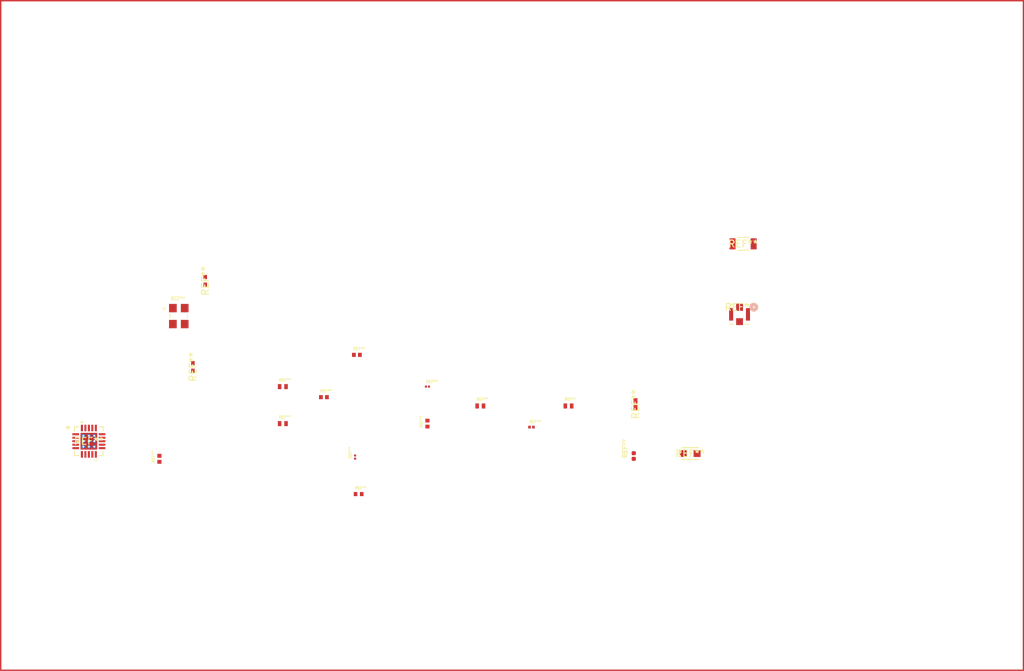
<source format=kicad_pcb>
(kicad_pcb (version 20240108) (generator "pcbnew") (generator_version "8.0")
  (layers (0 "F.Cu" signal) (31 "B.Cu" signal) (34 "B.Paste" user) (35 "F.Paste" user) (36 "B.SilkS" user "B.Silkscreen") (37 "F.SilkS" user "F.Silkscreen") (38 "B.Mask" user) (39 "F.Mask" user) (44 "Edge.Cuts" user))
  (net 0 "")
  (footprint "Comms Footprints:CAP_1.0pF" (layer "F.Cu") (at 123.0882 112.903)
    (property "Reference" "REF**" (at 0.3 -0.88 0) (layer "F.SilkS") (effects (font (size 0.393701 0.393701))))
    (property "Value" "CAP_1.0pF")
    (pad "1" smd rect (at -0.432 0) (size 0.54 0.6) (layers "F.Cu" "F.Paste" "F.Mask"))
    (pad "2" smd rect (at 0.432 0) (size 0.54 0.6) (layers "F.Cu" "F.Paste" "F.Mask"))
  )
  (footprint "Comms Footprints:IND_12nH" (layer "F.Cu") (at 117.1702 116.713)
    (property "Reference" "REF**" (at 0.29 -0.95 0) (layer "F.SilkS") (effects (font (size 0.393701 0.393701))))
    (property "Value" "IND_12nH")
    (pad "1" smd rect (at -0.46 0) (size 0.51 0.73) (layers "F.Cu" "F.Paste" "F.Mask"))
    (pad "2" smd rect (at 0.46 0) (size 0.51 0.73) (layers "F.Cu" "F.Paste" "F.Mask"))
  )
  (footprint "Comms Footprints:U1 C1101 RGP" (layer "F.Cu") (at 89.2302 119.253)
    (property "Reference" "REF**" (at 0 0 0) (layer "F.SilkS"))
    (property "Value" "U1 C1101 RGP")
    (fp_line (start -2.0701 -2.0701) (end -2.0701 -1.485141) (stroke (width 0.1524)) (layer "F.SilkS"))
    (fp_line (start -2.0701 1.485141) (end -2.0701 2.0701) (stroke (width 0.1524)) (layer "F.SilkS"))
    (fp_line (start -2.0701 2.0701) (end -1.485141 2.0701) (stroke (width 0.1524)) (layer "F.SilkS"))
    (fp_line (start -1.485141 -2.0701) (end -2.0701 -2.0701) (stroke (width 0.1524)) (layer "F.SilkS"))
    (fp_line (start 1.485141 2.0701) (end 2.0701 2.0701) (stroke (width 0.1524)) (layer "F.SilkS"))
    (fp_line (start 2.0701 -2.0701) (end 1.485141 -2.0701) (stroke (width 0.1524)) (layer "F.SilkS"))
    (fp_line (start 2.0701 -1.485141) (end 2.0701 -2.0701) (stroke (width 0.1524)) (layer "F.SilkS"))
    (fp_line (start 2.0701 2.0701) (end 2.0701 1.485141) (stroke (width 0.1524)) (layer "F.SilkS"))
    (fp_poly (pts (xy -1.190501 -2.6289) (xy -1.190501 -2.8829) (xy -0.809501 -2.8829) (xy -0.809501 -2.6289)) (fill solid) (layer "F.SilkS"))
    (fp_poly (pts (xy 0.809501 2.6289) (xy 0.809501 2.8829) (xy 1.190501 2.8829) (xy 1.190501 2.6289)) (fill solid) (layer "F.SilkS"))
    (fp_text user "*" (at -3.0099 -1.631 0) (layer "F.SilkS"))
    (fp_text user "*" (at -3.0099 -1.631 0) (layer "F.SilkS"))
    (pad "1" smd rect (at -1.89865 -1.000001 90) (size 0.3048 0.9525) (layers "F.Cu" "F.Paste" "F.Mask"))
    (pad "2" smd rect (at -1.89865 -0.499999 90) (size 0.3048 0.9525) (layers "F.Cu" "F.Paste" "F.Mask"))
    (pad "3" smd rect (at -1.89865 0 90) (size 0.3048 0.9525) (layers "F.Cu" "F.Paste" "F.Mask"))
    (pad "4" smd rect (at -1.89865 0.499999 90) (size 0.3048 0.9525) (layers "F.Cu" "F.Paste" "F.Mask"))
    (pad "5" smd rect (at -1.89865 1.000001 90) (size 0.3048 0.9525) (layers "F.Cu" "F.Paste" "F.Mask"))
    (pad "6" smd rect (at -1.000001 1.89865) (size 0.3048 0.9525) (layers "F.Cu" "F.Paste" "F.Mask"))
    (pad "7" smd rect (at -0.499999 1.89865) (size 0.3048 0.9525) (layers "F.Cu" "F.Paste" "F.Mask"))
    (pad "8" smd rect (at 0 1.89865) (size 0.3048 0.9525) (layers "F.Cu" "F.Paste" "F.Mask"))
    (pad "9" smd rect (at 0.499999 1.89865) (size 0.3048 0.9525) (layers "F.Cu" "F.Paste" "F.Mask"))
    (pad "10" smd rect (at 1.000001 1.89865) (size 0.3048 0.9525) (layers "F.Cu" "F.Paste" "F.Mask"))
    (pad "11" smd rect (at 1.89865 1.000001 90) (size 0.3048 0.9525) (layers "F.Cu" "F.Paste" "F.Mask"))
    (pad "12" smd rect (at 1.89865 0.499999 90) (size 0.3048 0.9525) (layers "F.Cu" "F.Paste" "F.Mask"))
    (pad "13" smd rect (at 1.89865 0 90) (size 0.3048 0.9525) (layers "F.Cu" "F.Paste" "F.Mask"))
    (pad "14" smd rect (at 1.89865 -0.499999 90) (size 0.3048 0.9525) (layers "F.Cu" "F.Paste" "F.Mask"))
    (pad "15" smd rect (at 1.89865 -1.000001 90) (size 0.3048 0.9525) (layers "F.Cu" "F.Paste" "F.Mask"))
    (pad "16" smd rect (at 1.000001 -1.89865) (size 0.3048 0.9525) (layers "F.Cu" "F.Paste" "F.Mask"))
    (pad "17" smd rect (at 0.499999 -1.89865) (size 0.3048 0.9525) (layers "F.Cu" "F.Paste" "F.Mask"))
    (pad "18" smd rect (at 0 -1.89865) (size 0.3048 0.9525) (layers "F.Cu" "F.Paste" "F.Mask"))
    (pad "19" smd rect (at -0.499999 -1.89865) (size 0.3048 0.9525) (layers "F.Cu" "F.Paste" "F.Mask"))
    (pad "20" smd rect (at -1.000001 -1.89865) (size 0.3048 0.9525) (layers "F.Cu" "F.Paste" "F.Mask"))
    (pad "21" smd rect (at 0 0) (size 2.413 2.413) (layers "F.Cu"))
    (pad "V" thru_hole circle (at -0.7874 -0.7874) (size 0.508 0.508) (drill 0.254) (layers "*.Cu" "*.Mask"))
    (pad "V" thru_hole circle (at -0.7874 0) (size 0.508 0.508) (drill 0.254) (layers "*.Cu" "*.Mask"))
    (pad "V" thru_hole circle (at -0.7874 0.7874) (size 0.508 0.508) (drill 0.254) (layers "*.Cu" "*.Mask"))
    (pad "V" thru_hole circle (at 0 -0.7874) (size 0.508 0.508) (drill 0.254) (layers "*.Cu" "*.Mask"))
    (pad "V" thru_hole circle (at 0 0) (size 0.508 0.508) (drill 0.254) (layers "*.Cu" "*.Mask"))
    (pad "V" thru_hole circle (at 0 0.7874) (size 0.508 0.508) (drill 0.254) (layers "*.Cu" "*.Mask"))
    (pad "V" thru_hole circle (at 0.7874 -0.7874) (size 0.508 0.508) (drill 0.254) (layers "*.Cu" "*.Mask"))
    (pad "V" thru_hole circle (at 0.7874 0) (size 0.508 0.508) (drill 0.254) (layers "*.Cu" "*.Mask"))
    (pad "V" thru_hole circle (at 0.7874 0.7874) (size 0.508 0.508) (drill 0.254) (layers "*.Cu" "*.Mask"))
  )
  (footprint "Comms Footprints:CAP_1.5pF" (layer "F.Cu") (at 127.8382 106.807)
    (property "Reference" "REF**" (at 0.3 -0.88 0) (layer "F.SilkS") (effects (font (size 0.393701 0.393701))))
    (property "Value" "CAP_1.5pF")
    (pad "1" smd rect (at -0.432 0) (size 0.54 0.6) (layers "F.Cu" "F.Paste" "F.Mask"))
    (pad "2" smd rect (at 0.432 0) (size 0.54 0.6) (layers "F.Cu" "F.Paste" "F.Mask"))
  )
  (footprint "Comms Footprints:IND_12nH" (layer "F.Cu") (at 158.3182 114.173)
    (property "Reference" "REF**" (at 0.29 -0.95 0) (layer "F.SilkS") (effects (font (size 0.393701 0.393701))))
    (property "Value" "IND_12nH")
    (pad "1" smd rect (at -0.46 0) (size 0.51 0.73) (layers "F.Cu" "F.Paste" "F.Mask"))
    (pad "2" smd rect (at 0.46 0) (size 0.51 0.73) (layers "F.Cu" "F.Paste" "F.Mask"))
  )
  (footprint "Comms Footprints:CAP_100pF" (layer "F.Cu") (at 128.0922 126.873)
    (property "Reference" "REF**" (at 0.3 -0.88 0) (layer "F.SilkS") (effects (font (size 0.393701 0.393701))))
    (property "Value" "CAP_100pF")
    (pad "1" smd rect (at -0.445 0) (size 0.51 0.6) (layers "F.Cu" "F.Paste" "F.Mask"))
    (pad "2" smd rect (at 0.445 0) (size 0.51 0.6) (layers "F.Cu" "F.Paste" "F.Mask"))
  )
  (footprint "Comms Footprints:IND_18nH" (layer "F.Cu") (at 137.9982 111.379)
    (property "Reference" "REF**" (at 0.63 -0.71 0) (layer "F.SilkS") (effects (font (size 0.393701 0.393701))))
    (property "Value" "IND_18nH")
    (pad "1" smd rect (at -0.222 0) (size 0.29 0.3) (layers "F.Cu" "F.Paste" "F.Mask"))
    (pad "2" smd rect (at 0.222 0) (size 0.29 0.3) (layers "F.Cu" "F.Paste" "F.Mask"))
  )
  (footprint "Comms Footprints:CAP_27pF" (layer "F.Cu") (at 105.9942 96.139 90)
    (property "Reference" "REF**" (at 0 0 90) (layer "F.SilkS"))
    (property "Value" "CAP_27pF")
    (pad "1" smd rect (at -0.5461 0 90) (size 0.6096 0.508) (layers "F.Cu" "F.Paste" "F.Mask"))
    (pad "2" smd rect (at 0.5461 0 90) (size 0.6096 0.508) (layers "F.Cu" "F.Paste" "F.Mask"))
  )
  (footprint "Comms Footprints:IND_18nH" (layer "F.Cu") (at 127.5842 121.539 90)
    (property "Reference" "REF**" (at 0.63 -0.71 90) (layer "F.SilkS") (effects (font (size 0.393701 0.393701))))
    (property "Value" "IND_18nH")
    (pad "1" smd rect (at -0.222 0 90) (size 0.29 0.3) (layers "F.Cu" "F.Paste" "F.Mask"))
    (pad "2" smd rect (at 0.222 0 90) (size 0.29 0.3) (layers "F.Cu" "F.Paste" "F.Mask"))
  )
  (footprint "Comms Footprints:IND_12nH" (layer "F.Cu") (at 117.1702 111.379)
    (property "Reference" "REF**" (at 0.29 -0.95 0) (layer "F.SilkS") (effects (font (size 0.393701 0.393701))))
    (property "Value" "IND_12nH")
    (pad "1" smd rect (at -0.46 0) (size 0.51 0.73) (layers "F.Cu" "F.Paste" "F.Mask"))
    (pad "2" smd rect (at 0.46 0) (size 0.51 0.73) (layers "F.Cu" "F.Paste" "F.Mask"))
  )
  (footprint "Comms Footprints:CAP_1.5pF" (layer "F.Cu") (at 137.9982 116.713 90)
    (property "Reference" "REF**" (at 0.3 -0.88 90) (layer "F.SilkS") (effects (font (size 0.393701 0.393701))))
    (property "Value" "CAP_1.5pF")
    (pad "1" smd rect (at -0.432 0 90) (size 0.54 0.6) (layers "F.Cu" "F.Paste" "F.Mask"))
    (pad "2" smd rect (at 0.432 0 90) (size 0.54 0.6) (layers "F.Cu" "F.Paste" "F.Mask"))
  )
  (footprint "Comms Footprints:CAP_47pF" (layer "F.Cu") (at 167.7162 121.388 90)
    (property "Reference" "REF**" (at 1.082 -1.2564 90) (layer "F.SilkS") (effects (font (size 0.64 0.64))))
    (property "Value" "CAP_47pF")
    (pad "1" smd roundrect (at -0.405 0 90) (size 0.59 0.6) (layers "F.Cu" "F.Paste" "F.Mask") (roundrect_rratio 0.265))
    (pad "2" smd roundrect (at 0.405 0 90) (size 0.59 0.6) (layers "F.Cu" "F.Paste" "F.Mask") (roundrect_rratio 0.265))
  )
  (footprint "Comms Footprints:IND_3.3nH" (layer "F.Cu") (at 175.8442 121.031)
    (property "Reference" "REF**" (at 0 0 0) (layer "F.SilkS"))
    (property "Value" "IND_3.3nH")
    (fp_line (start -1.2319 0.8509) (end 1.2319 0.8509) (stroke (width 0.1524)) (layer "F.SilkS"))
    (fp_line (start 1.2319 -0.8509) (end -1.2319 -0.8509) (stroke (width 0.1524)) (layer "F.SilkS"))
    (pad "1" smd rect (at -0.99695 0) (size 1.0033 0.9906) (layers "F.Cu" "F.Paste" "F.Mask"))
    (pad "2" smd rect (at 0.99695 0) (size 1.0033 0.9906) (layers "F.Cu" "F.Paste" "F.Mask"))
  )
  (footprint "Comms Footprints:Crystals CRYSTAL 26MHZ 10PF SMD" (layer "F.Cu") (at 102.1842 101.219)
    (property "Reference" "REF**" (at -0.131 -2.5098 0) (layer "F.SilkS") (effects (font (size 0.48 0.48))))
    (property "Value" "Crystals CRYSTAL 26MHZ 10PF SMD")
    (fp_line (start -1.25 -0.225) (end -1.25 0.225) (stroke (width 0.127)) (layer "F.SilkS"))
    (fp_line (start 1.25 -0.225) (end 1.25 0.225) (stroke (width 0.127)) (layer "F.SilkS"))
    (fp_circle (center -2.1 -1.1) (end -2 -1.1) (stroke (width 0.2)) (fill none) (layer "F.SilkS"))
    (pad "1" smd rect (at -0.85 -1.15) (size 1.11 1.21) (layers "F.Cu" "F.Paste" "F.Mask"))
    (pad "2" smd rect (at -0.85 1.15) (size 1.11 1.21) (layers "F.Cu" "F.Paste" "F.Mask"))
    (pad "3" smd rect (at 0.85 1.15) (size 1.11 1.21) (layers "F.Cu" "F.Paste" "F.Mask"))
    (pad "4" smd rect (at 0.85 -1.15) (size 1.11 1.21) (layers "F.Cu" "F.Paste" "F.Mask"))
  )
  (footprint "Comms Footprints:CAP_12pF" (layer "F.Cu") (at 167.9702 113.919 90)
    (property "Reference" "REF**" (at 0 0 90) (layer "F.SilkS"))
    (property "Value" "CAP_12pF")
    (pad "1" smd rect (at -0.4953 0 90) (size 0.762 0.5588) (layers "F.Cu" "F.Paste" "F.Mask"))
    (pad "2" smd rect (at 0.4953 0 90) (size 0.762 0.5588) (layers "F.Cu" "F.Paste" "F.Mask"))
  )
  (footprint "Comms Footprints:RES_56kOhm" (layer "F.Cu") (at 99.3902 121.793 90)
    (property "Reference" "REF**" (at 0.29 -0.88 90) (layer "F.SilkS") (effects (font (size 0.393701 0.393701))))
    (property "Value" "RES_56kOhm")
    (pad "1" smd rect (at -0.435 0 90) (size 0.56 0.6) (layers "F.Cu" "F.Paste" "F.Mask"))
    (pad "2" smd rect (at 0.435 0 90) (size 0.56 0.6) (layers "F.Cu" "F.Paste" "F.Mask"))
  )
  (footprint "Comms Footprints:IND_12nH" (layer "F.Cu") (at 145.6182 114.173)
    (property "Reference" "REF**" (at 0.29 -0.95 0) (layer "F.SilkS") (effects (font (size 0.393701 0.393701))))
    (property "Value" "IND_12nH")
    (pad "1" smd rect (at -0.46 0) (size 0.51 0.73) (layers "F.Cu" "F.Paste" "F.Mask"))
    (pad "2" smd rect (at 0.46 0) (size 0.51 0.73) (layers "F.Cu" "F.Paste" "F.Mask"))
  )
  (footprint "Comms Footprints:CAP_27pF" (layer "F.Cu") (at 104.2162 108.5469 90)
    (property "Reference" "REF**" (at 0 0 90) (layer "F.SilkS"))
    (property "Value" "CAP_27pF")
    (pad "1" smd rect (at -0.5461 0 90) (size 0.6096 0.508) (layers "F.Cu" "F.Paste" "F.Mask"))
    (pad "2" smd rect (at 0.5461 0 90) (size 0.6096 0.508) (layers "F.Cu" "F.Paste" "F.Mask"))
  )
  (footprint "Comms Footprints:CONN_CONMHF1-SMD_LNX" (layer "F.Cu") (at 182.9562 100.965)
    (property "Reference" "REF**" (at 0 -1.02489 0) (layer "F.SilkS"))
    (property "Value" "CONN_CONMHF1-SMD_LNX")
    (fp_circle (center 2.0574 -1.02489) (end 2.4384 -1.02489) (stroke (width 0.508)) (fill none) (layer "B.SilkS"))
    (fp_line (start -1.4224 1.4224) (end -0.82804 1.4224) (stroke (width 0.1524)) (layer "F.SilkS"))
    (fp_line (start -0.82804 -1.4224) (end -1.4224 -1.4224) (stroke (width 0.1524)) (layer "F.SilkS"))
    (fp_line (start 0.82804 1.4224) (end 1.4224 1.4224) (stroke (width 0.1524)) (layer "F.SilkS"))
    (fp_line (start 1.4224 -1.4224) (end 0.82804 -1.4224) (stroke (width 0.1524)) (layer "F.SilkS"))
    (fp_arc (start 1.80762 -1.312589) (mid 2.215504 -1.371538) (end 2.4384 -1.02489) (stroke (width 0.508)) (layer "F.SilkS"))
    (fp_arc (start 2.4384 -1.02489) (mid 2.311427 -0.740934) (end 2.01514 -0.646241) (stroke (width 0.508)) (layer "F.SilkS"))
    (pad "1" smd rect (at 0 -1.02489) (size 0.9906 1.0414) (layers "F.Cu" "F.Paste" "F.Mask"))
    (pad "2" smd rect (at -1.212499 0) (size 0.5842 1.8034) (layers "F.Cu" "F.Paste" "F.Mask"))
    (pad "3" smd rect (at 1.212499 0) (size 0.5842 1.8034) (layers "F.Cu" "F.Paste" "F.Mask"))
    (pad "4" smd rect (at 0 1.050036) (size 0.9906 0.9906) (layers "F.Cu" "F.Paste" "F.Mask"))
  )
  (footprint "Comms Footprints:RF ANT 2.4GHZ CHIP SOLDER SMD" (layer "F.Cu") (at 183.4642 90.805)
    (property "Reference" "REF**" (at 0 0 0) (layer "F.SilkS"))
    (property "Value" "RF ANT 2.4GHZ CHIP SOLDER SMD")
    (fp_line (start -0.784451 0.9271) (end 0.784451 0.9271) (stroke (width 0.1524)) (layer "F.SilkS"))
    (fp_line (start 0.784451 -0.9271) (end -0.784451 -0.9271) (stroke (width 0.1524)) (layer "F.SilkS"))
    (pad "1" smd rect (at -1.523801 0) (size 0.8636 1.6002) (layers "F.Cu" "F.Paste" "F.Mask"))
    (pad "2" smd rect (at 1.523801 0) (size 0.8636 1.6002) (layers "F.Cu" "F.Paste" "F.Mask"))
  )
  (footprint "Comms Footprints:CAP_3.3pF" (layer "F.Cu") (at 152.9842 117.221)
    (property "Reference" "REF**" (at 0.53 -0.76 0) (layer "F.SilkS") (effects (font (size 0.393701 0.393701))))
    (property "Value" "CAP_3.3pF")
    (pad "1" smd rect (at -0.281 0) (size 0.38 0.4) (layers "F.Cu" "F.Paste" "F.Mask"))
    (pad "2" smd rect (at 0.281 0) (size 0.38 0.4) (layers "F.Cu" "F.Paste" "F.Mask"))
  )
  (gr_rect (start 76.5302 55.753) (end 223.8502 152.273) (stroke (width 0.2)) (fill none) (layer "F.Cu"))
)
</source>
